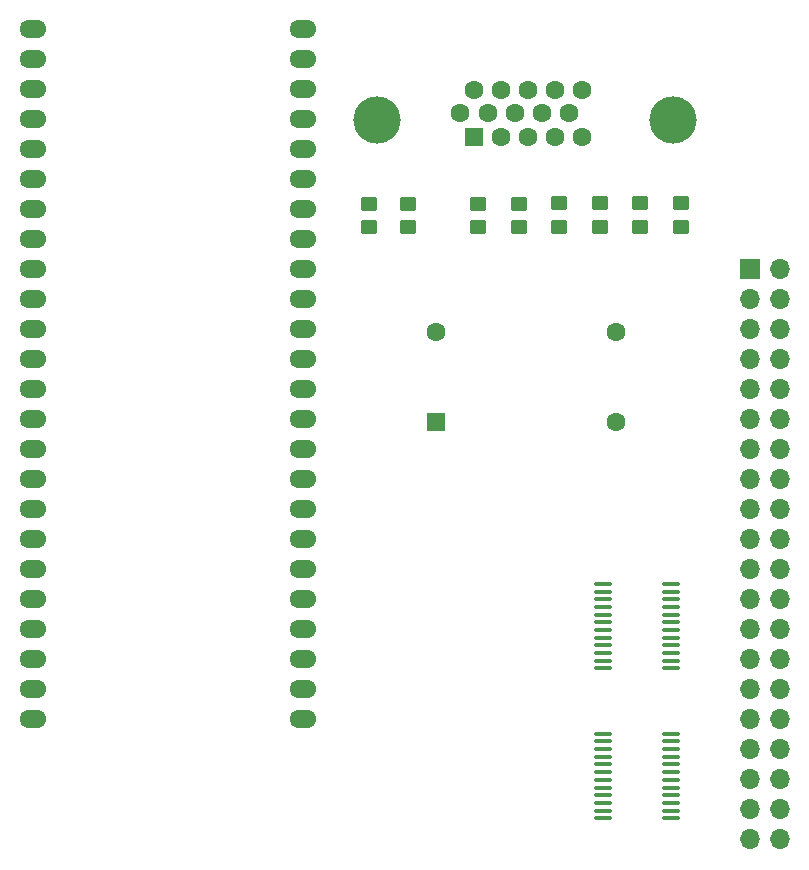
<source format=gbr>
%TF.GenerationSoftware,KiCad,Pcbnew,7.0.10*%
%TF.CreationDate,2024-01-21T15:51:14-05:00*%
%TF.ProjectId,jml-8-mini-vga,6a6d6c2d-382d-46d6-996e-692d7667612e,rev?*%
%TF.SameCoordinates,Original*%
%TF.FileFunction,Soldermask,Top*%
%TF.FilePolarity,Negative*%
%FSLAX46Y46*%
G04 Gerber Fmt 4.6, Leading zero omitted, Abs format (unit mm)*
G04 Created by KiCad (PCBNEW 7.0.10) date 2024-01-21 15:51:14*
%MOMM*%
%LPD*%
G01*
G04 APERTURE LIST*
G04 Aperture macros list*
%AMRoundRect*
0 Rectangle with rounded corners*
0 $1 Rounding radius*
0 $2 $3 $4 $5 $6 $7 $8 $9 X,Y pos of 4 corners*
0 Add a 4 corners polygon primitive as box body*
4,1,4,$2,$3,$4,$5,$6,$7,$8,$9,$2,$3,0*
0 Add four circle primitives for the rounded corners*
1,1,$1+$1,$2,$3*
1,1,$1+$1,$4,$5*
1,1,$1+$1,$6,$7*
1,1,$1+$1,$8,$9*
0 Add four rect primitives between the rounded corners*
20,1,$1+$1,$2,$3,$4,$5,0*
20,1,$1+$1,$4,$5,$6,$7,0*
20,1,$1+$1,$6,$7,$8,$9,0*
20,1,$1+$1,$8,$9,$2,$3,0*%
G04 Aperture macros list end*
%ADD10R,1.600000X1.600000*%
%ADD11C,1.600000*%
%ADD12RoundRect,0.100000X0.637500X0.100000X-0.637500X0.100000X-0.637500X-0.100000X0.637500X-0.100000X0*%
%ADD13O,2.286000X1.524000*%
%ADD14C,4.000000*%
%ADD15RoundRect,0.250000X0.450000X-0.350000X0.450000X0.350000X-0.450000X0.350000X-0.450000X-0.350000X0*%
%ADD16R,1.700000X1.700000*%
%ADD17O,1.700000X1.700000*%
G04 APERTURE END LIST*
D10*
%TO.C,X1*%
X148463000Y-76835000D03*
D11*
X163703000Y-76835000D03*
X163703000Y-69215000D03*
X148463000Y-69215000D03*
%TD*%
D12*
%TO.C,U3*%
X168343500Y-110363000D03*
X168343500Y-109713000D03*
X168343500Y-109063000D03*
X168343500Y-108413000D03*
X168343500Y-107763000D03*
X168343500Y-107113000D03*
X168343500Y-106463000D03*
X168343500Y-105813000D03*
X168343500Y-105163000D03*
X168343500Y-104513000D03*
X168343500Y-103863000D03*
X168343500Y-103213000D03*
X162618500Y-103213000D03*
X162618500Y-103863000D03*
X162618500Y-104513000D03*
X162618500Y-105163000D03*
X162618500Y-105813000D03*
X162618500Y-106463000D03*
X162618500Y-107113000D03*
X162618500Y-107763000D03*
X162618500Y-108413000D03*
X162618500Y-109063000D03*
X162618500Y-109713000D03*
X162618500Y-110363000D03*
%TD*%
D13*
%TO.C,U1*%
X114300000Y-43561000D03*
X114300000Y-46101000D03*
X114300000Y-48641000D03*
X114300000Y-51181000D03*
X114300000Y-53721000D03*
X114300000Y-56261000D03*
X114300000Y-58801000D03*
X114300000Y-61341000D03*
X114300000Y-63881000D03*
X114300000Y-66421000D03*
X114300000Y-68961000D03*
X114300000Y-71501000D03*
X114300000Y-74041000D03*
X114300000Y-76581000D03*
X114300000Y-79121000D03*
X114300000Y-81661000D03*
X114300000Y-84201000D03*
X114300000Y-86741000D03*
X114300000Y-89281000D03*
X114300000Y-91821000D03*
X114300000Y-94361000D03*
X114300000Y-96901000D03*
X114300000Y-99441000D03*
X114300000Y-101981000D03*
X137160000Y-101981000D03*
X137160000Y-99441000D03*
X137160000Y-96901000D03*
X137160000Y-94361000D03*
X137160000Y-91821000D03*
X137160000Y-89281000D03*
X137160000Y-86741000D03*
X137160000Y-84201000D03*
X137160000Y-81661000D03*
X137160000Y-79121000D03*
X137160000Y-76581000D03*
X137160000Y-74041000D03*
X137160000Y-71501000D03*
X137160000Y-68961000D03*
X137160000Y-66421000D03*
X137160000Y-63881000D03*
X137160000Y-61341000D03*
X137160000Y-58801000D03*
X137160000Y-56261000D03*
X137160000Y-53721000D03*
X137160000Y-51181000D03*
X137160000Y-48641000D03*
X137160000Y-46101000D03*
X137160000Y-43561000D03*
%TD*%
D14*
%TO.C,J1*%
X168471000Y-51243331D03*
X143471000Y-51243331D03*
D10*
X151656000Y-52663331D03*
D11*
X153946000Y-52663331D03*
X156236000Y-52663331D03*
X158526000Y-52663331D03*
X160816000Y-52663331D03*
X150511000Y-50683331D03*
X152801000Y-50683331D03*
X155091000Y-50683331D03*
X157381000Y-50683331D03*
X159671000Y-50683331D03*
X151656000Y-48703331D03*
X153946000Y-48703331D03*
X156236000Y-48703331D03*
X158526000Y-48703331D03*
X160816000Y-48703331D03*
%TD*%
D15*
%TO.C,R7*%
X165735000Y-60309000D03*
X165735000Y-58309000D03*
%TD*%
%TO.C,R1*%
X142748000Y-60325000D03*
X142748000Y-58325000D03*
%TD*%
%TO.C,R5*%
X158877000Y-60309000D03*
X158877000Y-58309000D03*
%TD*%
%TO.C,R8*%
X169164000Y-60309000D03*
X169164000Y-58309000D03*
%TD*%
%TO.C,R2*%
X146101000Y-60325000D03*
X146101000Y-58325000D03*
%TD*%
D16*
%TO.C,J2*%
X175006000Y-63881000D03*
D17*
X177546000Y-63881000D03*
X175006000Y-66421000D03*
X177546000Y-66421000D03*
X175006000Y-68961000D03*
X177546000Y-68961000D03*
X175006000Y-71501000D03*
X177546000Y-71501000D03*
X175006000Y-74041000D03*
X177546000Y-74041000D03*
X175006000Y-76581000D03*
X177546000Y-76581000D03*
X175006000Y-79121000D03*
X177546000Y-79121000D03*
X175006000Y-81661000D03*
X177546000Y-81661000D03*
X175006000Y-84201000D03*
X177546000Y-84201000D03*
X175006000Y-86741000D03*
X177546000Y-86741000D03*
X175006000Y-89281000D03*
X177546000Y-89281000D03*
X175006000Y-91821000D03*
X177546000Y-91821000D03*
X175006000Y-94361000D03*
X177546000Y-94361000D03*
X175006000Y-96901000D03*
X177546000Y-96901000D03*
X175006000Y-99441000D03*
X177546000Y-99441000D03*
X175006000Y-101981000D03*
X177546000Y-101981000D03*
X175006000Y-104521000D03*
X177546000Y-104521000D03*
X175006000Y-107061000D03*
X177546000Y-107061000D03*
X175006000Y-109601000D03*
X177546000Y-109601000D03*
X175006000Y-112141000D03*
X177546000Y-112141000D03*
%TD*%
D15*
%TO.C,R4*%
X155459000Y-60325000D03*
X155459000Y-58325000D03*
%TD*%
%TO.C,R6*%
X162306000Y-60309000D03*
X162306000Y-58309000D03*
%TD*%
%TO.C,R3*%
X152001000Y-60325000D03*
X152001000Y-58325000D03*
%TD*%
D12*
%TO.C,U2*%
X168343500Y-97682000D03*
X168343500Y-97032000D03*
X168343500Y-96382000D03*
X168343500Y-95732000D03*
X168343500Y-95082000D03*
X168343500Y-94432000D03*
X168343500Y-93782000D03*
X168343500Y-93132000D03*
X168343500Y-92482000D03*
X168343500Y-91832000D03*
X168343500Y-91182000D03*
X168343500Y-90532000D03*
X162618500Y-90532000D03*
X162618500Y-91182000D03*
X162618500Y-91832000D03*
X162618500Y-92482000D03*
X162618500Y-93132000D03*
X162618500Y-93782000D03*
X162618500Y-94432000D03*
X162618500Y-95082000D03*
X162618500Y-95732000D03*
X162618500Y-96382000D03*
X162618500Y-97032000D03*
X162618500Y-97682000D03*
%TD*%
M02*

</source>
